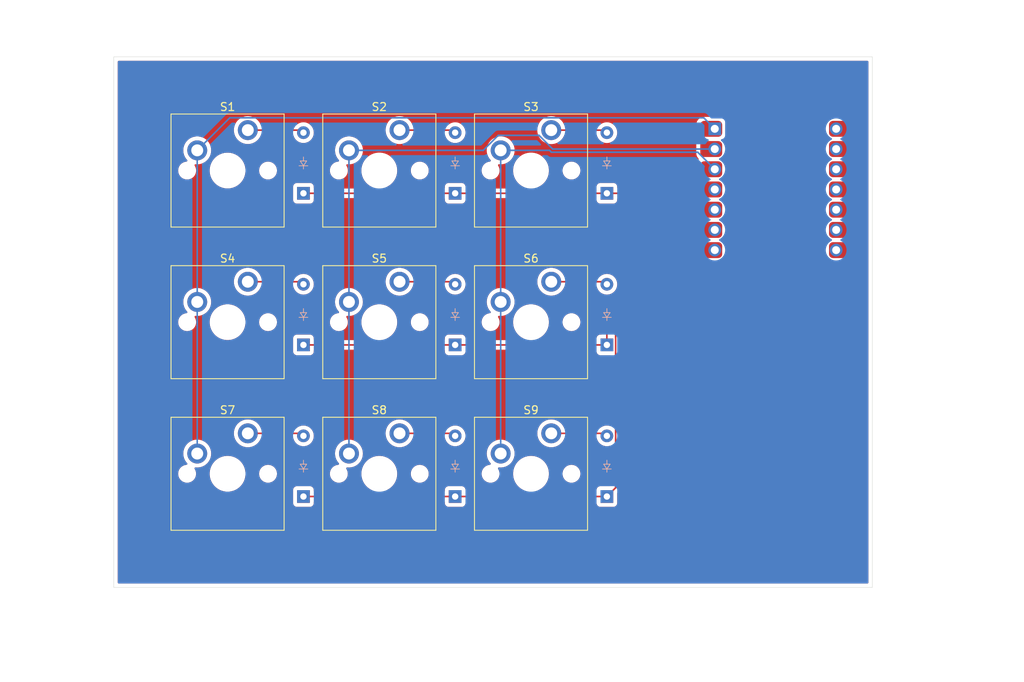
<source format=kicad_pcb>
(kicad_pcb (version 20240108) (generator "pcbnew") (generator_version "8.0")
  (layers (0 "F.Cu" signal) (31 "B.Cu" signal) (34 "B.Paste" user) (35 "F.Paste" user) (36 "B.SilkS" user "B.Silkscreen") (37 "F.SilkS" user "F.Silkscreen") (38 "B.Mask" user) (39 "F.Mask" user) (44 "Edge.Cuts" user))
  (net 0 "")
  (net 1 "Net-(D1-A)")
  (net 2 "row 0")
  (net 3 "Net-(D2-A)")
  (net 4 "Net-(D3-A)")
  (net 5 "Net-(D4-A)")
  (net 6 "row 1")
  (net 7 "Net-(D5-A)")
  (net 8 "Net-(D6-A)")
  (net 9 "Net-(D7-A)")
  (net 10 "row 2")
  (net 11 "Net-(D8-A)")
  (net 12 "Net-(D9-A)")
  (net 13 "c 0")
  (net 14 "c 1")
  (net 15 "c 2")
  (footprint "ScottoKeebs_MX:MX_PCB_1.00u" (layer "F.Cu") (at 161.925 66.675)
    (property "Reference" "S6" (at 0 -8 0) (layer "F.SilkS"))
    (property "Value" "Keyswitch")
    (fp_line (start -7.1 -7.1) (end -7.1 7.1) (stroke (width 0.12)) (layer "F.SilkS"))
    (fp_line (start -7.1 7.1) (end 7.1 7.1) (stroke (width 0.12)) (layer "F.SilkS"))
    (fp_line (start 7.1 -7.1) (end -7.1 -7.1) (stroke (width 0.12)) (layer "F.SilkS"))
    (fp_line (start 7.1 7.1) (end 7.1 -7.1) (stroke (width 0.12)) (layer "F.SilkS"))
    (pad "" np_thru_hole circle (at -5.08 0) (size 1.75 1.75) (drill 1.75) (layers "*.Cu" "*.Mask"))
    (pad "" np_thru_hole circle (at 0 0) (size 4 4) (drill 4) (layers "*.Cu" "*.Mask"))
    (pad "" np_thru_hole circle (at 5.08 0) (size 1.75 1.75) (drill 1.75) (layers "*.Cu" "*.Mask"))
    (pad "1" thru_hole circle (at -3.81 -2.54) (size 2.5 2.5) (drill 1.5) (layers "*.Cu" "*.Mask") (net 15 "c 2"))
    (pad "2" thru_hole circle (at 2.54 -5.08) (size 2.5 2.5) (drill 1.5) (layers "*.Cu" "*.Mask") (net 8 "Net-(D6-A)"))
  )
  (footprint "ScottoKeebs_MX:MX_PCB_1.00u" (layer "F.Cu") (at 142.875 66.675)
    (property "Reference" "S5" (at 0 -8 0) (layer "F.SilkS"))
    (property "Value" "Keyswitch")
    (fp_line (start -7.1 -7.1) (end -7.1 7.1) (stroke (width 0.12)) (layer "F.SilkS"))
    (fp_line (start -7.1 7.1) (end 7.1 7.1) (stroke (width 0.12)) (layer "F.SilkS"))
    (fp_line (start 7.1 -7.1) (end -7.1 -7.1) (stroke (width 0.12)) (layer "F.SilkS"))
    (fp_line (start 7.1 7.1) (end 7.1 -7.1) (stroke (width 0.12)) (layer "F.SilkS"))
    (pad "" np_thru_hole circle (at -5.08 0) (size 1.75 1.75) (drill 1.75) (layers "*.Cu" "*.Mask"))
    (pad "" np_thru_hole circle (at 0 0) (size 4 4) (drill 4) (layers "*.Cu" "*.Mask"))
    (pad "" np_thru_hole circle (at 5.08 0) (size 1.75 1.75) (drill 1.75) (layers "*.Cu" "*.Mask"))
    (pad "1" thru_hole circle (at -3.81 -2.54) (size 2.5 2.5) (drill 1.5) (layers "*.Cu" "*.Mask") (net 14 "c 1"))
    (pad "2" thru_hole circle (at 2.54 -5.08) (size 2.5 2.5) (drill 1.5) (layers "*.Cu" "*.Mask") (net 7 "Net-(D5-A)"))
  )
  (footprint "ScottoKeebs_MCU:Seeed_XIAO_RP2040" (layer "F.Cu") (at 192.61875 50)
    (property "Reference" "U1" (hide yes))
    (property "Value" "MCU_Seeed_XIAO_RP2040")
    (pad "1" smd roundrect (at -8.065 -7.62) (size 2.75 2) (layers "F.Cu" "F.Paste" "F.Mask") (net 13 "c 0"))
    (pad "1" thru_hole rect (at -7.62 -7.62 90) (size 1.6 1.6) (drill 1) (layers "*.Cu" "*.Mask") (net 13 "c 0"))
    (pad "2" smd roundrect (at -8.065 -5.08) (size 2.75 2) (layers "F.Cu" "F.Paste" "F.Mask") (net 14 "c 1"))
    (pad "2" thru_hole circle (at -7.62 -5.08 90) (size 1.6 1.6) (drill 1) (layers "*.Cu" "*.Mask") (net 14 "c 1"))
    (pad "3" smd roundrect (at -8.065 -2.54) (size 2.75 2) (layers "F.Cu" "F.Paste" "F.Mask") (net 15 "c 2"))
    (pad "3" thru_hole circle (at -7.62 -2.54 90) (size 1.6 1.6) (drill 1) (layers "*.Cu" "*.Mask") (net 15 "c 2"))
    (pad "4" smd roundrect (at -8.065 0) (size 2.75 2) (layers "F.Cu" "F.Paste" "F.Mask") (net 2 "row 0"))
    (pad "4" thru_hole circle (at -7.62 0 90) (size 1.6 1.6) (drill 1) (layers "*.Cu" "*.Mask") (net 2 "row 0"))
    (pad "5" smd roundrect (at -8.065 2.54) (size 2.75 2) (layers "F.Cu" "F.Paste" "F.Mask") (net 6 "row 1"))
    (pad "5" thru_hole circle (at -7.62 2.54 90) (size 1.6 1.6) (drill 1) (layers "*.Cu" "*.Mask") (net 6 "row 1"))
    (pad "6" smd roundrect (at -8.065 5.08) (size 2.75 2) (layers "F.Cu" "F.Paste" "F.Mask") (net 10 "row 2"))
    (pad "6" thru_hole circle (at -7.62 5.08 90) (size 1.6 1.6) (drill 1) (layers "*.Cu" "*.Mask") (net 10 "row 2"))
    (pad "7" smd roundrect (at -8.065 7.62) (size 2.75 2) (layers "F.Cu" "F.Paste" "F.Mask"))
    (pad "7" thru_hole circle (at -7.62 7.62 90) (size 1.6 1.6) (drill 1) (layers "*.Cu" "*.Mask"))
    (pad "8" thru_hole circle (at 7.62 7.62 90) (size 1.6 1.6) (drill 1) (layers "*.Cu" "*.Mask"))
    (pad "8" smd roundrect (at 8.1 7.62) (size 2.75 2) (layers "F.Cu" "F.Paste" "F.Mask"))
    (pad "9" thru_hole circle (at 7.62 5.08 90) (size 1.6 1.6) (drill 1) (layers "*.Cu" "*.Mask"))
    (pad "9" smd roundrect (at 8.1 5.08) (size 2.75 2) (layers "F.Cu" "F.Paste" "F.Mask"))
    (pad "10" thru_hole circle (at 7.62 2.54 90) (size 1.6 1.6) (drill 1) (layers "*.Cu" "*.Mask"))
    (pad "10" smd roundrect (at 8.1 2.54) (size 2.75 2) (layers "F.Cu" "F.Paste" "F.Mask"))
    (pad "11" thru_hole circle (at 7.62 0 90) (size 1.6 1.6) (drill 1) (layers "*.Cu" "*.Mask"))
    (pad "11" smd roundrect (at 8.1 0) (size 2.75 2) (layers "F.Cu" "F.Paste" "F.Mask"))
    (pad "12" thru_hole circle (at 7.62 -2.54 90) (size 1.6 1.6) (drill 1) (layers "*.Cu" "*.Mask"))
    (pad "12" smd roundrect (at 8.1 -2.54) (size 2.75 2) (layers "F.Cu" "F.Paste" "F.Mask"))
    (pad "13" thru_hole circle (at 7.62 -5.08 90) (size 1.6 1.6) (drill 1) (layers "*.Cu" "*.Mask"))
    (pad "13" smd roundrect (at 8.1 -5.08) (size 2.75 2) (layers "F.Cu" "F.Paste" "F.Mask"))
    (pad "14" thru_hole circle (at 7.62 -7.62 90) (size 1.6 1.6) (drill 1) (layers "*.Cu" "*.Mask"))
    (pad "14" smd roundrect (at 8.1 -7.62) (size 2.75 2) (layers "F.Cu" "F.Paste" "F.Mask"))
  )
  (footprint "ScottoKeebs_MX:MX_PCB_1.00u" (layer "F.Cu") (at 123.825 66.675)
    (property "Reference" "S4" (at 0 -8 0) (layer "F.SilkS"))
    (property "Value" "Keyswitch")
    (fp_line (start -7.1 -7.1) (end -7.1 7.1) (stroke (width 0.12)) (layer "F.SilkS"))
    (fp_line (start -7.1 7.1) (end 7.1 7.1) (stroke (width 0.12)) (layer "F.SilkS"))
    (fp_line (start 7.1 -7.1) (end -7.1 -7.1) (stroke (width 0.12)) (layer "F.SilkS"))
    (fp_line (start 7.1 7.1) (end 7.1 -7.1) (stroke (width 0.12)) (layer "F.SilkS"))
    (pad "" np_thru_hole circle (at -5.08 0) (size 1.75 1.75) (drill 1.75) (layers "*.Cu" "*.Mask"))
    (pad "" np_thru_hole circle (at 0 0) (size 4 4) (drill 4) (layers "*.Cu" "*.Mask"))
    (pad "" np_thru_hole circle (at 5.08 0) (size 1.75 1.75) (drill 1.75) (layers "*.Cu" "*.Mask"))
    (pad "1" thru_hole circle (at -3.81 -2.54) (size 2.5 2.5) (drill 1.5) (layers "*.Cu" "*.Mask") (net 13 "c 0"))
    (pad "2" thru_hole circle (at 2.54 -5.08) (size 2.5 2.5) (drill 1.5) (layers "*.Cu" "*.Mask") (net 5 "Net-(D4-A)"))
  )
  (footprint "ScottoKeebs_MX:MX_PCB_1.00u" (layer "F.Cu") (at 161.925 85.725)
    (property "Reference" "S9" (at 0 -8 0) (layer "F.SilkS"))
    (property "Value" "Keyswitch")
    (fp_line (start -7.1 -7.1) (end -7.1 7.1) (stroke (width 0.12)) (layer "F.SilkS"))
    (fp_line (start -7.1 7.1) (end 7.1 7.1) (stroke (width 0.12)) (layer "F.SilkS"))
    (fp_line (start 7.1 -7.1) (end -7.1 -7.1) (stroke (width 0.12)) (layer "F.SilkS"))
    (fp_line (start 7.1 7.1) (end 7.1 -7.1) (stroke (width 0.12)) (layer "F.SilkS"))
    (pad "" np_thru_hole circle (at -5.08 0) (size 1.75 1.75) (drill 1.75) (layers "*.Cu" "*.Mask"))
    (pad "" np_thru_hole circle (at 0 0) (size 4 4) (drill 4) (layers "*.Cu" "*.Mask"))
    (pad "" np_thru_hole circle (at 5.08 0) (size 1.75 1.75) (drill 1.75) (layers "*.Cu" "*.Mask"))
    (pad "1" thru_hole circle (at -3.81 -2.54) (size 2.5 2.5) (drill 1.5) (layers "*.Cu" "*.Mask") (net 15 "c 2"))
    (pad "2" thru_hole circle (at 2.54 -5.08) (size 2.5 2.5) (drill 1.5) (layers "*.Cu" "*.Mask") (net 12 "Net-(D9-A)"))
  )
  (footprint "ScottoKeebs_MX:MX_PCB_1.00u" (layer "F.Cu") (at 123.825 85.725)
    (property "Reference" "S7" (at 0 -8 0) (layer "F.SilkS"))
    (property "Value" "Keyswitch")
    (fp_line (start -7.1 -7.1) (end -7.1 7.1) (stroke (width 0.12)) (layer "F.SilkS"))
    (fp_line (start -7.1 7.1) (end 7.1 7.1) (stroke (width 0.12)) (layer "F.SilkS"))
    (fp_line (start 7.1 -7.1) (end -7.1 -7.1) (stroke (width 0.12)) (layer "F.SilkS"))
    (fp_line (start 7.1 7.1) (end 7.1 -7.1) (stroke (width 0.12)) (layer "F.SilkS"))
    (pad "" np_thru_hole circle (at -5.08 0) (size 1.75 1.75) (drill 1.75) (layers "*.Cu" "*.Mask"))
    (pad "" np_thru_hole circle (at 0 0) (size 4 4) (drill 4) (layers "*.Cu" "*.Mask"))
    (pad "" np_thru_hole circle (at 5.08 0) (size 1.75 1.75) (drill 1.75) (layers "*.Cu" "*.Mask"))
    (pad "1" thru_hole circle (at -3.81 -2.54) (size 2.5 2.5) (drill 1.5) (layers "*.Cu" "*.Mask") (net 13 "c 0"))
    (pad "2" thru_hole circle (at 2.54 -5.08) (size 2.5 2.5) (drill 1.5) (layers "*.Cu" "*.Mask") (net 9 "Net-(D7-A)"))
  )
  (footprint "ScottoKeebs_MX:MX_PCB_1.00u" (layer "F.Cu") (at 142.875 47.625)
    (property "Reference" "S2" (at 0 -8 0) (layer "F.SilkS"))
    (property "Value" "Keyswitch")
    (fp_line (start -7.1 -7.1) (end -7.1 7.1) (stroke (width 0.12)) (layer "F.SilkS"))
    (fp_line (start -7.1 7.1) (end 7.1 7.1) (stroke (width 0.12)) (layer "F.SilkS"))
    (fp_line (start 7.1 -7.1) (end -7.1 -7.1) (stroke (width 0.12)) (layer "F.SilkS"))
    (fp_line (start 7.1 7.1) (end 7.1 -7.1) (stroke (width 0.12)) (layer "F.SilkS"))
    (pad "" np_thru_hole circle (at -5.08 0) (size 1.75 1.75) (drill 1.75) (layers "*.Cu" "*.Mask"))
    (pad "" np_thru_hole circle (at 0 0) (size 4 4) (drill 4) (layers "*.Cu" "*.Mask"))
    (pad "" np_thru_hole circle (at 5.08 0) (size 1.75 1.75) (drill 1.75) (layers "*.Cu" "*.Mask"))
    (pad "1" thru_hole circle (at -3.81 -2.54) (size 2.5 2.5) (drill 1.5) (layers "*.Cu" "*.Mask") (net 14 "c 1"))
    (pad "2" thru_hole circle (at 2.54 -5.08) (size 2.5 2.5) (drill 1.5) (layers "*.Cu" "*.Mask") (net 3 "Net-(D2-A)"))
  )
  (footprint "ScottoKeebs_MX:MX_PCB_1.00u" (layer "F.Cu") (at 123.825 47.625)
    (property "Reference" "S1" (at 0 -8 0) (layer "F.SilkS"))
    (property "Value" "Keyswitch")
    (fp_line (start -7.1 -7.1) (end -7.1 7.1) (stroke (width 0.12)) (layer "F.SilkS"))
    (fp_line (start -7.1 7.1) (end 7.1 7.1) (stroke (width 0.12)) (layer "F.SilkS"))
    (fp_line (start 7.1 -7.1) (end -7.1 -7.1) (stroke (width 0.12)) (layer "F.SilkS"))
    (fp_line (start 7.1 7.1) (end 7.1 -7.1) (stroke (width 0.12)) (layer "F.SilkS"))
    (pad "" np_thru_hole circle (at -5.08 0) (size 1.75 1.75) (drill 1.75) (layers "*.Cu" "*.Mask"))
    (pad "" np_thru_hole circle (at 0 0) (size 4 4) (drill 4) (layers "*.Cu" "*.Mask"))
    (pad "" np_thru_hole circle (at 5.08 0) (size 1.75 1.75) (drill 1.75) (layers "*.Cu" "*.Mask"))
    (pad "1" thru_hole circle (at -3.81 -2.54) (size 2.5 2.5) (drill 1.5) (layers "*.Cu" "*.Mask") (net 13 "c 0"))
    (pad "2" thru_hole circle (at 2.54 -5.08) (size 2.5 2.5) (drill 1.5) (layers "*.Cu" "*.Mask") (net 1 "Net-(D1-A)"))
  )
  (footprint "ScottoKeebs_MX:MX_PCB_1.00u" (layer "F.Cu") (at 142.875 85.725)
    (property "Reference" "S8" (at 0 -8 0) (layer "F.SilkS"))
    (property "Value" "Keyswitch")
    (fp_line (start -7.1 -7.1) (end -7.1 7.1) (stroke (width 0.12)) (layer "F.SilkS"))
    (fp_line (start -7.1 7.1) (end 7.1 7.1) (stroke (width 0.12)) (layer "F.SilkS"))
    (fp_line (start 7.1 -7.1) (end -7.1 -7.1) (stroke (width 0.12)) (layer "F.SilkS"))
    (fp_line (start 7.1 7.1) (end 7.1 -7.1) (stroke (width 0.12)) (layer "F.SilkS"))
    (pad "" np_thru_hole circle (at -5.08 0) (size 1.75 1.75) (drill 1.75) (layers "*.Cu" "*.Mask"))
    (pad "" np_thru_hole circle (at 0 0) (size 4 4) (drill 4) (layers "*.Cu" "*.Mask"))
    (pad "" np_thru_hole circle (at 5.08 0) (size 1.75 1.75) (drill 1.75) (layers "*.Cu" "*.Mask"))
    (pad "1" thru_hole circle (at -3.81 -2.54) (size 2.5 2.5) (drill 1.5) (layers "*.Cu" "*.Mask") (net 14 "c 1"))
    (pad "2" thru_hole circle (at 2.54 -5.08) (size 2.5 2.5) (drill 1.5) (layers "*.Cu" "*.Mask") (net 11 "Net-(D8-A)"))
  )
  (footprint "ScottoKeebs_MX:MX_PCB_1.00u" (layer "F.Cu") (at 161.925 47.625)
    (property "Reference" "S3" (at 0 -8 0) (layer "F.SilkS"))
    (property "Value" "Keyswitch")
    (fp_line (start -7.1 -7.1) (end -7.1 7.1) (stroke (width 0.12)) (layer "F.SilkS"))
    (fp_line (start -7.1 7.1) (end 7.1 7.1) (stroke (width 0.12)) (layer "F.SilkS"))
    (fp_line (start 7.1 -7.1) (end -7.1 -7.1) (stroke (width 0.12)) (layer "F.SilkS"))
    (fp_line (start 7.1 7.1) (end 7.1 -7.1) (stroke (width 0.12)) (layer "F.SilkS"))
    (pad "" np_thru_hole circle (at -5.08 0) (size 1.75 1.75) (drill 1.75) (layers "*.Cu" "*.Mask"))
    (pad "" np_thru_hole circle (at 0 0) (size 4 4) (drill 4) (layers "*.Cu" "*.Mask"))
    (pad "" np_thru_hole circle (at 5.08 0) (size 1.75 1.75) (drill 1.75) (layers "*.Cu" "*.Mask"))
    (pad "1" thru_hole circle (at -3.81 -2.54) (size 2.5 2.5) (drill 1.5) (layers "*.Cu" "*.Mask") (net 15 "c 2"))
    (pad "2" thru_hole circle (at 2.54 -5.08) (size 2.5 2.5) (drill 1.5) (layers "*.Cu" "*.Mask") (net 4 "Net-(D3-A)"))
  )
  (footprint "ScottoKeebs_Components:Diode_DO-35" (layer "B.Cu") (at 133.35 88.5825 90)
    (property "Reference" "D7" (hide yes))
    (property "Value" "Diode" (hide yes))
    (fp_line (start 3.46 -0.55) (end 3.46 0.55) (stroke (width 0.1)) (layer "B.SilkS"))
    (fp_line (start 4.06 -0.4) (end 4.06 0.4) (stroke (width 0.1)) (layer "B.SilkS"))
    (fp_line (start 4.56 0) (end 4.06 0) (stroke (width 0.1)) (layer "B.SilkS"))
    (fp_line (start 3.46 0) (end 4.06 -0.4) (stroke (width 0.1)) (layer "B.SilkS"))
    (fp_line (start 3.46 0) (end 3.06 0) (stroke (width 0.1)) (layer "B.SilkS"))
    (fp_line (start 4.06 0.4) (end 3.46 0) (stroke (width 0.1)) (layer "B.SilkS"))
    (pad "1" thru_hole rect (at 0 0 90) (size 1.6 1.6) (drill 0.8) (layers "*.Cu" "*.Mask") (net 10 "row 2"))
    (pad "2" thru_hole oval (at 7.62 0 90) (size 1.6 1.6) (drill 0.8) (layers "*.Cu" "*.Mask") (net 9 "Net-(D7-A)"))
  )
  (footprint "ScottoKeebs_Components:Diode_DO-35" (layer "B.Cu") (at 133.35 50.4825 90)
    (property "Reference" "D1" (hide yes))
    (property "Value" "Diode" (hide yes))
    (fp_line (start 3.46 -0.55) (end 3.46 0.55) (stroke (width 0.1)) (layer "B.SilkS"))
    (fp_line (start 4.06 -0.4) (end 4.06 0.4) (stroke (width 0.1)) (layer "B.SilkS"))
    (fp_line (start 4.56 0) (end 4.06 0) (stroke (width 0.1)) (layer "B.SilkS"))
    (fp_line (start 3.46 0) (end 4.06 -0.4) (stroke (width 0.1)) (layer "B.SilkS"))
    (fp_line (start 3.46 0) (end 3.06 0) (stroke (width 0.1)) (layer "B.SilkS"))
    (fp_line (start 4.06 0.4) (end 3.46 0) (stroke (width 0.1)) (layer "B.SilkS"))
    (pad "1" thru_hole rect (at 0 0 90) (size 1.6 1.6) (drill 0.8) (layers "*.Cu" "*.Mask") (net 2 "row 0"))
    (pad "2" thru_hole oval (at 7.62 0 90) (size 1.6 1.6) (drill 0.8) (layers "*.Cu" "*.Mask") (net 1 "Net-(D1-A)"))
  )
  (footprint "ScottoKeebs_Components:Diode_DO-35" (layer "B.Cu") (at 152.4 69.5325 90)
    (property "Reference" "D5" (hide yes))
    (property "Value" "Diode" (hide yes))
    (fp_line (start 3.46 -0.55) (end 3.46 0.55) (stroke (width 0.1)) (layer "B.SilkS"))
    (fp_line (start 4.06 -0.4) (end 4.06 0.4) (stroke (width 0.1)) (layer "B.SilkS"))
    (fp_line (start 4.56 0) (end 4.06 0) (stroke (width 0.1)) (layer "B.SilkS"))
    (fp_line (start 3.46 0) (end 4.06 -0.4) (stroke (width 0.1)) (layer "B.SilkS"))
    (fp_line (start 3.46 0) (end 3.06 0) (stroke (width 0.1)) (layer "B.SilkS"))
    (fp_line (start 4.06 0.4) (end 3.46 0) (stroke (width 0.1)) (layer "B.SilkS"))
    (pad "1" thru_hole rect (at 0 0 90) (size 1.6 1.6) (drill 0.8) (layers "*.Cu" "*.Mask") (net 6 "row 1"))
    (pad "2" thru_hole oval (at 7.62 0 90) (size 1.6 1.6) (drill 0.8) (layers "*.Cu" "*.Mask") (net 7 "Net-(D5-A)"))
  )
  (footprint "ScottoKeebs_Components:Diode_DO-35" (layer "B.Cu") (at 171.45 88.5825 90)
    (property "Reference" "D9" (hide yes))
    (property "Value" "Diode" (hide yes))
    (fp_line (start 3.46 -0.55) (end 3.46 0.55) (stroke (width 0.1)) (layer "B.SilkS"))
    (fp_line (start 4.06 -0.4) (end 4.06 0.4) (stroke (width 0.1)) (layer "B.SilkS"))
    (fp_line (start 4.56 0) (end 4.06 0) (stroke (width 0.1)) (layer "B.SilkS"))
    (fp_line (start 3.46 0) (end 4.06 -0.4) (stroke (width 0.1)) (layer "B.SilkS"))
    (fp_line (start 3.46 0) (end 3.06 0) (stroke (width 0.1)) (layer "B.SilkS"))
    (fp_line (start 4.06 0.4) (end 3.46 0) (stroke (width 0.1)) (layer "B.SilkS"))
    (pad "1" thru_hole rect (at 0 0 90) (size 1.6 1.6) (drill 0.8) (layers "*.Cu" "*.Mask") (net 10 "row 2"))
    (pad "2" thru_hole oval (at 7.62 0 90) (size 1.6 1.6) (drill 0.8) (layers "*.Cu" "*.Mask") (net 12 "Net-(D9-A)"))
  )
  (footprint "ScottoKeebs_Components:Diode_DO-35" (layer "B.Cu") (at 152.4 88.5825 90)
    (property "Reference" "D8" (hide yes))
    (property "Value" "Diode" (hide yes))
    (fp_line (start 3.46 -0.55) (end 3.46 0.55) (stroke (width 0.1)) (layer "B.SilkS"))
    (fp_line (start 4.06 -0.4) (end 4.06 0.4) (stroke (width 0.1)) (layer "B.SilkS"))
    (fp_line (start 4.56 0) (end 4.06 0) (stroke (width 0.1)) (layer "B.SilkS"))
    (fp_line (start 3.46 0) (end 4.06 -0.4) (stroke (width 0.1)) (layer "B.SilkS"))
    (fp_line (start 3.46 0) (end 3.06 0) (stroke (width 0.1)) (layer "B.SilkS"))
    (fp_line (start 4.06 0.4) (end 3.46 0) (stroke (width 0.1)) (layer "B.SilkS"))
    (pad "1" thru_hole rect (at 0 0 90) (size 1.6 1.6) (drill 0.8) (layers "*.Cu" "*.Mask") (net 10 "row 2"))
    (pad "2" thru_hole oval (at 7.62 0 90) (size 1.6 1.6) (drill 0.8) (layers "*.Cu" "*.Mask") (net 11 "Net-(D8-A)"))
  )
  (footprint "ScottoKeebs_Components:Diode_DO-35" (layer "B.Cu") (at 171.45 50.4825 90)
    (property "Reference" "D3" (hide yes))
    (property "Value" "Diode" (hide yes))
    (fp_line (start 3.46 -0.55) (end 3.46 0.55) (stroke (width 0.1)) (layer "B.SilkS"))
    (fp_line (start 4.06 -0.4) (end 4.06 0.4) (stroke (width 0.1)) (layer "B.SilkS"))
    (fp_line (start 4.56 0) (end 4.06 0) (stroke (width 0.1)) (layer "B.SilkS"))
    (fp_line (start 3.46 0) (end 4.06 -0.4) (stroke (width 0.1)) (layer "B.SilkS"))
    (fp_line (start 3.46 0) (end 3.06 0) (stroke (width 0.1)) (layer "B.SilkS"))
    (fp_line (start 4.06 0.4) (end 3.46 0) (stroke (width 0.1)) (layer "B.SilkS"))
    (pad "1" thru_hole rect (at 0 0 90) (size 1.6 1.6) (drill 0.8) (layers "*.Cu" "*.Mask") (net 2 "row 0"))
    (pad "2" thru_hole oval (at 7.62 0 90) (size 1.6 1.6) (drill 0.8) (layers "*.Cu" "*.Mask") (net 4 "Net-(D3-A)"))
  )
  (footprint "ScottoKeebs_Components:Diode_DO-35" (layer "B.Cu") (at 171.45 69.5325 90)
    (property "Reference" "D6" (hide yes))
    (property "Value" "Diode" (hide yes))
    (fp_line (start 3.46 -0.55) (end 3.46 0.55) (stroke (width 0.1)) (layer "B.SilkS"))
    (fp_line (start 4.06 -0.4) (end 4.06 0.4) (stroke (width 0.1)) (layer "B.SilkS"))
    (fp_line (start 4.56 0) (end 4.06 0) (stroke (width 0.1)) (layer "B.SilkS"))
    (fp_line (start 3.46 0) (end 4.06 -0.4) (stroke (width 0.1)) (layer "B.SilkS"))
    (fp_line (start 3.46 0) (end 3.06 0) (stroke (width 0.1)) (layer "B.SilkS"))
    (fp_line (start 4.06 0.4) (end 3.46 0) (stroke (width 0.1)) (layer "B.SilkS"))
    (pad "1" thru_hole rect (at 0 0 90) (size 1.6 1.6) (drill 0.8) (layers "*.Cu" "*.Mask") (net 6 "row 1"))
    (pad "2" thru_hole oval (at 7.62 0 90) (size 1.6 1.6) (drill 0.8) (layers "*.Cu" "*.Mask") (net 8 "Net-(D6-A)"))
  )
  (footprint "ScottoKeebs_Components:Diode_DO-35" (layer "B.Cu") (at 133.35 69.5325 90)
    (property "Reference" "D4" (hide yes))
    (property "Value" "Diode" (hide yes))
    (fp_line (start 3.46 -0.55) (end 3.46 0.55) (stroke (width 0.1)) (layer "B.SilkS"))
    (fp_line (start 4.06 -0.4) (end 4.06 0.4) (stroke (width 0.1)) (layer "B.SilkS"))
    (fp_line (start 4.56 0) (end 4.06 0) (stroke (width 0.1)) (layer "B.SilkS"))
    (fp_line (start 3.46 0) (end 4.06 -0.4) (stroke (width 0.1)) (layer "B.SilkS"))
    (fp_line (start 3.46 0) (end 3.06 0) (stroke (width 0.1)) (layer "B.SilkS"))
    (fp_line (start 4.06 0.4) (end 3.46 0) (stroke (width 0.1)) (layer "B.SilkS"))
    (pad "1" thru_hole rect (at 0 0 90) (size 1.6 1.6) (drill 0.8) (layers "*.Cu" "*.Mask") (net 6 "row 1"))
    (pad "2" thru_hole oval (at 7.62 0 90) (size 1.6 1.6) (drill 0.8) (layers "*.Cu" "*.Mask") (net 5 "Net-(D4-A)"))
  )
  (footprint "ScottoKeebs_Components:Diode_DO-35" (layer "B.Cu") (at 152.4 50.4825 90)
    (property "Reference" "D2" (hide yes))
    (property "Value" "Diode" (hide yes))
    (fp_line (start 3.46 -0.55) (end 3.46 0.55) (stroke (width 0.1)) (layer "B.SilkS"))
    (fp_line (start 4.06 -0.4) (end 4.06 0.4) (stroke (width 0.1)) (layer "B.SilkS"))
    (fp_line (start 4.56 0) (end 4.06 0) (stroke (width 0.1)) (layer "B.SilkS"))
    (fp_line (start 3.46 0) (end 4.06 -0.4) (stroke (width 0.1)) (layer "B.SilkS"))
    (fp_line (start 3.46 0) (end 3.06 0) (stroke (width 0.1)) (layer "B.SilkS"))
    (fp_line (start 4.06 0.4) (end 3.46 0) (stroke (width 0.1)) (layer "B.SilkS"))
    (pad "1" thru_hole rect (at 0 0 90) (size 1.6 1.6) (drill 0.8) (layers "*.Cu" "*.Mask") (net 2 "row 0"))
    (pad "2" thru_hole oval (at 7.62 0 90) (size 1.6 1.6) (drill 0.8) (layers "*.Cu" "*.Mask") (net 3 "Net-(D2-A)"))
  )
  (gr_rect (start 109.5375 33.3375) (end 204.7875 100.0125) (stroke (width 0.05)) (fill none) (layer "Edge.Cuts"))
  (gr_text "SnowmanPad" (at 186.52 96.81 0) (layer "F.Cu") (effects (font (size 1.5 1.5) (thickness 0.3) (bold yes)) (justify left bottom)))
  (segment (start 126.365 42.545) (end 133.0325 42.545) (width 0.2) (layer "F.Cu") (net 1))
  (segment (start 133.0325 42.545) (end 133.35 42.8625) (width 0.2) (layer "F.Cu") (net 1))
  (segment (start 184.51625 50.4825) (end 184.99875 50) (width 0.2) (layer "F.Cu") (net 2))
  (segment (start 133.35 50.4825) (end 171.45 50.4825) (width 0.2) (layer "F.Cu") (net 2))
  (segment (start 171.45 50.4825) (end 184.51625 50.4825) (width 0.2) (layer "F.Cu") (net 2))
  (segment (start 152.0825 42.545) (end 152.4 42.8625) (width 0.2) (layer "F.Cu") (net 3))
  (segment (start 145.415 42.545) (end 152.0825 42.545) (width 0.2) (layer "F.Cu") (net 3))
  (segment (start 164.465 42.545) (end 171.1325 42.545) (width 0.2) (layer "F.Cu") (net 4))
  (segment (start 171.1325 42.545) (end 171.45 42.8625) (width 0.2) (layer "F.Cu") (net 4))
  (segment (start 133.0325 61.595) (end 133.35 61.9125) (width 0.2) (layer "F.Cu") (net 5))
  (segment (start 126.365 61.595) (end 133.0325 61.595) (width 0.2) (layer "F.Cu") (net 5))
  (segment (start 171.45 65.670108) (end 184.55375 52.566358) (width 0.2) (layer "F.Cu") (net 6))
  (segment (start 184.55375 52.566358) (end 184.55375 52.54) (width 0.2) (layer "F.Cu") (net 6))
  (segment (start 133.35 69.5325) (end 171.45 69.5325) (width 0.2) (layer "F.Cu") (net 6))
  (segment (start 171.45 69.5325) (end 171.45 65.670108) (width 0.2) (layer "F.Cu") (net 6))
  (segment (start 145.415 61.595) (end 152.0825 61.595) (width 0.2) (layer "F.Cu") (net 7))
  (segment (start 152.0825 61.595) (end 152.4 61.9125) (width 0.2) (layer "F.Cu") (net 7))
  (segment (start 164.465 61.595) (end 171.1325 61.595) (width 0.2) (layer "F.Cu") (net 8))
  (segment (start 171.1325 61.595) (end 171.45 61.9125) (width 0.2) (layer "F.Cu") (net 8))
  (segment (start 126.365 80.645) (end 133.0325 80.645) (width 0.2) (layer "F.Cu") (net 9))
  (segment (start 133.0325 80.645) (end 133.35 80.9625) (width 0.2) (layer "F.Cu") (net 9))
  (segment (start 172.55 67.08375) (end 184.55375 55.08) (width 0.2) (layer "F.Cu") (net 10))
  (segment (start 171.45 88.5825) (end 172.55 87.4825) (width 0.2) (layer "F.Cu") (net 10))
  (segment (start 133.35 88.5825) (end 171.45 88.5825) (width 0.2) (layer "F.Cu") (net 10))
  (segment (start 172.55 87.4825) (end 172.55 67.08375) (width 0.2) (layer "F.Cu") (net 10))
  (segment (start 145.415 80.645) (end 152.0825 80.645) (width 0.2) (layer "F.Cu") (net 11))
  (segment (start 152.0825 80.645) (end 152.4 80.9625) (width 0.2) (layer "F.Cu") (net 11))
  (segment (start 171.1325 80.645) (end 171.45 80.9625) (width 0.2) (layer "F.Cu") (net 12))
  (segment (start 164.465 80.645) (end 171.1325 80.645) (width 0.2) (layer "F.Cu") (net 12))
  (segment (start 183.61375 40.995) (end 184.99875 42.38) (width 0.2) (layer "B.Cu") (net 13))
  (segment (start 124.105 40.995) (end 183.61375 40.995) (width 0.2) (layer "B.Cu") (net 13))
  (segment (start 120.015 45.085) (end 124.105 40.995) (width 0.2) (layer "B.Cu") (net 13))
  (segment (start 120.015 45.085) (end 120.015 83.185) (width 0.2) (layer "B.Cu") (net 13))
  (segment (start 139.065 45.085) (end 139.065 83.185) (width 0.2) (layer "B.Cu") (net 14))
  (segment (start 139.065 45.085) (end 155.922968 45.085) (width 0.2) (layer "B.Cu") (net 14))
  (segment (start 162.930234 43.202266) (end 164.647968 44.92) (width 0.2) (layer "B.Cu") (net 14))
  (segment (start 157.805702 43.202266) (end 162.930234 43.202266) (width 0.2) (layer "B.Cu") (net 14))
  (segment (start 164.647968 44.92) (end 184.99875 44.92) (width 0.2) (layer "B.Cu") (net 14))
  (segment (start 155.922968 45.085) (end 157.805702 43.202266) (width 0.2) (layer "B.Cu") (net 14))
  (segment (start 158.115 45.085) (end 164.247282 45.085) (width 0.2) (layer "B.Cu") (net 15))
  (segment (start 182.85875 45.32) (end 184.99875 47.46) (width 0.2) (layer "B.Cu") (net 15))
  (segment (start 164.482282 45.32) (end 182.85875 45.32) (width 0.2) (layer "B.Cu") (net 15))
  (segment (start 158.115 45.085) (end 158.115 83.185) (width 0.2) (layer "B.Cu") (net 15))
  (segment (start 164.247282 45.085) (end 164.482282 45.32) (width 0.2) (layer "B.Cu") (net 15))
  (zone (net 0) (net_name "") (layers "F&B.Cu") (connect_pads (clearance 0.5)) (min_thickness 0.25) (fill yes (thermal_gap 0.5) (thermal_bridge_width 0.5) (island_removal_mode 1) (island_area_min 10))
    (polygon (pts (xy 95.25 26.19375) (xy 223.8375 26.19375) (xy 223.8375 111.91875) (xy 95.25 111.91875)))
  )
)
</source>
